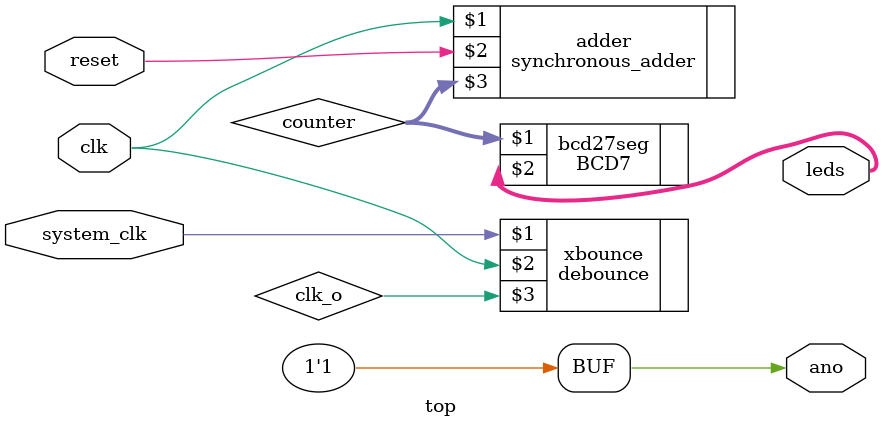
<source format=v>
/*具有异步复位控制的 4bits 二进制同步加法计数器*/
module top (leds,ano,system_clk,clk,reset);
    input system_clk; //产生系统时钟信号
    input clk; //产生时钟信号
    input reset; //产生复位信号
    output ano; //输出使能
    output[6:0] leds; //输出7段码

    wire[3:0] counter; //同步计数器（中间变量
    wire clk_o; //用户时钟（中间变量）
    wire[6:0] leds; //输出7段码

    assign ano = 1;

    synchronous_adder adder(clk , reset , counter);//计数

    BCD7 bcd27seg (counter , leds); //显示数字转换为BCD7
    
    /*防止抖动，system_clk绑定到系统时钟P17 上，clk_i是用户自己的时钟，使用按键实现，使用防抖代码输出的clk_o作为防抖后的时钟使用*/
    debounce xbounce(system_clk , clk , clk_o); 
endmodule
</source>
